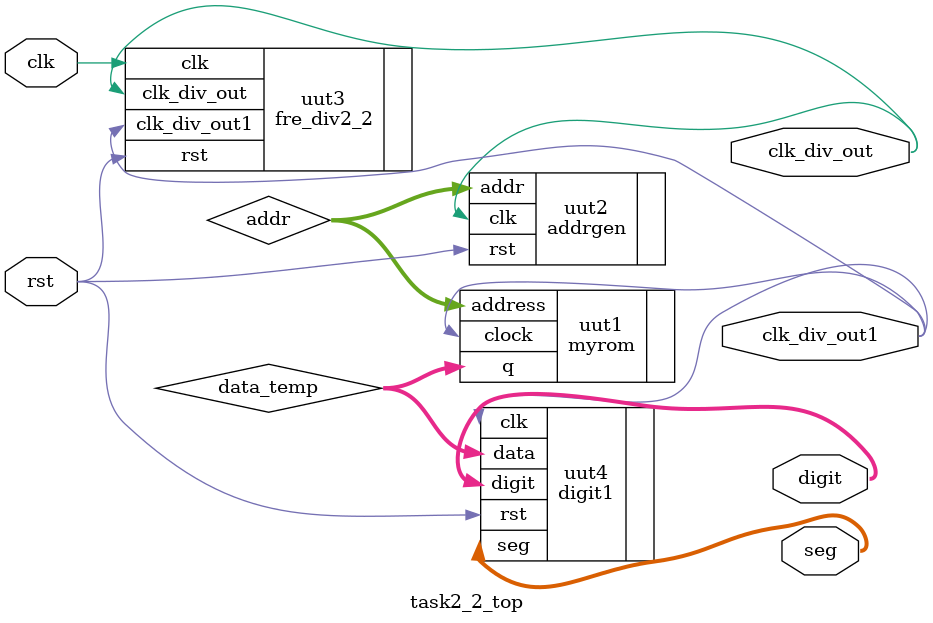
<source format=v>
`include "myrom.v"
`include "addrgen.v"
`include "fre_div2_2.v"
`include "digit1.v"

module task2_2_top(
    input clk,
    input rst,
    output clk_div_out,
    output clk_div_out1,
    output [3:0] digit,
    output [7:0] seg
);
wire [7:0] data_temp;
wire [7:0] addr;

myrom uut1(
    .clock(clk_div_out1),
    .address(addr),
    .q(data_temp)
);


addrgen uut2(
    .clk(clk_div_out),
    .rst(rst),
    .addr(addr)
);

fre_div2_2 uut3(
    .clk(clk),
    .rst(rst),
    .clk_div_out(clk_div_out),
    .clk_div_out1(clk_div_out1)
);

digit1 uut4(
    .clk(clk_div_out1),
    .data(data_temp),
    .rst(rst),
    .digit(digit),
    .seg(seg)
);



endmodule
</source>
